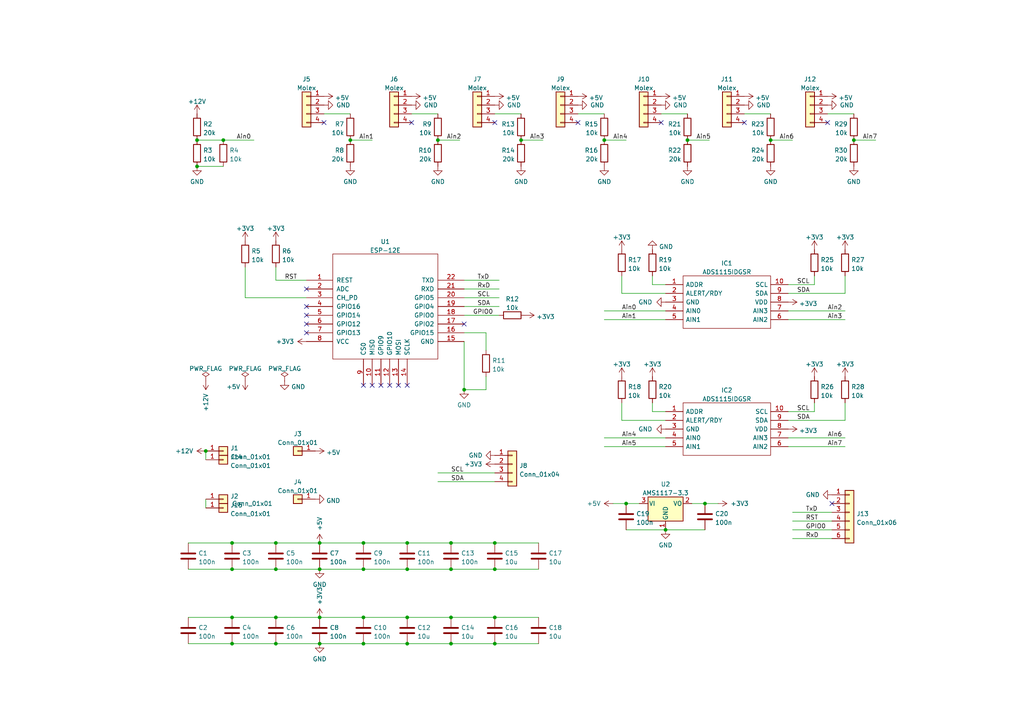
<source format=kicad_sch>
(kicad_sch (version 20211123) (generator eeschema)
  (paper "A4")
  (lib_symbols
    (symbol "ADS1115IDGSR:ADS1115IDGSR" (pin_names (offset 0.762))
      (property "Reference" "IC" (at 31.75 7.62 0))
      (property "Value" "ADS1115IDGSR" (at 31.75 5.08 0))
      (symbol "ADS1115IDGSR_0_0"
        (pin passive line (at 0 0 0) (length 5.08) (name "ADDR") (number "1"))
        (pin passive line (at 35.56 0 180) (length 5.08) (name "SCL") (number "10"))
        (pin passive line (at 0 -2.54 0) (length 5.08) (name "ALERT/RDY") (number "2"))
        (pin passive line (at 0 -5.08 0) (length 5.08) (name "GND") (number "3"))
        (pin passive line (at 0 -7.62 0) (length 5.08) (name "AIN0") (number "4"))
        (pin passive line (at 0 -10.16 0) (length 5.08) (name "AIN1") (number "5"))
        (pin passive line (at 35.56 -10.16 180) (length 5.08) (name "AIN2") (number "6"))
        (pin passive line (at 35.56 -7.62 180) (length 5.08) (name "AIN3") (number "7"))
        (pin passive line (at 35.56 -5.08 180) (length 5.08) (name "VDD") (number "8"))
        (pin passive line (at 35.56 -2.54 180) (length 5.08) (name "SDA") (number "9"))
      )
      (symbol "ADS1115IDGSR_0_1"
        (polyline (pts (xy 5.08 2.54) (xy 30.48 2.54) (xy 30.48 -12.7) (xy 5.08 -12.7) (xy 5.08 2.54)) (stroke (width 0.1524)))
      )
    )
    (symbol "Connector_Generic:Conn_01x01" (pin_names (offset 1.016) hide)
      (property "Reference" "J" (at 0 2.54 0))
      (property "Value" "Conn_01x01" (at 0 -2.54 0))
      (symbol "Conn_01x01_1_1"
        (rectangle (start -1.27 0.127) (end 0 -0.127) (stroke (width 0.1524)))
        (rectangle (start -1.27 1.27) (end 1.27 -1.27) (stroke (width 0.254)) (fill (type background)))
        (pin passive line (at -5.08 0 0) (length 3.81) (name "Pin_1") (number "1"))
      )
    )
    (symbol "Connector_Generic:Conn_01x04" (pin_names (offset 1.016) hide)
      (property "Reference" "J" (at 0 5.08 0))
      (property "Value" "Conn_01x04" (at 0 -7.62 0))
      (symbol "Conn_01x04_1_1"
        (rectangle (start -1.27 -4.953) (end 0 -5.207) (stroke (width 0.1524)))
        (rectangle (start -1.27 -2.413) (end 0 -2.667) (stroke (width 0.1524)))
        (rectangle (start -1.27 0.127) (end 0 -0.127) (stroke (width 0.1524)))
        (rectangle (start -1.27 2.667) (end 0 2.413) (stroke (width 0.1524)))
        (rectangle (start -1.27 3.81) (end 1.27 -6.35) (stroke (width 0.254)) (fill (type background)))
        (pin passive line (at -5.08 2.54 0) (length 3.81) (name "Pin_1") (number "1"))
        (pin passive line (at -5.08 0 0) (length 3.81) (name "Pin_2") (number "2"))
        (pin passive line (at -5.08 -2.54 0) (length 3.81) (name "Pin_3") (number "3"))
        (pin passive line (at -5.08 -5.08 0) (length 3.81) (name "Pin_4") (number "4"))
      )
    )
    (symbol "Connector_Generic:Conn_01x06" (pin_names (offset 1.016) hide)
      (property "Reference" "J" (at 0 7.62 0))
      (property "Value" "Conn_01x06" (at 0 -10.16 0))
      (symbol "Conn_01x06_1_1"
        (rectangle (start -1.27 -7.493) (end 0 -7.747) (stroke (width 0.1524)))
        (rectangle (start -1.27 -4.953) (end 0 -5.207) (stroke (width 0.1524)))
        (rectangle (start -1.27 -2.413) (end 0 -2.667) (stroke (width 0.1524)))
        (rectangle (start -1.27 0.127) (end 0 -0.127) (stroke (width 0.1524)))
        (rectangle (start -1.27 2.667) (end 0 2.413) (stroke (width 0.1524)))
        (rectangle (start -1.27 5.207) (end 0 4.953) (stroke (width 0.1524)))
        (rectangle (start -1.27 6.35) (end 1.27 -8.89) (stroke (width 0.254)) (fill (type background)))
        (pin passive line (at -5.08 5.08 0) (length 3.81) (name "Pin_1") (number "1"))
        (pin passive line (at -5.08 2.54 0) (length 3.81) (name "Pin_2") (number "2"))
        (pin passive line (at -5.08 0 0) (length 3.81) (name "Pin_3") (number "3"))
        (pin passive line (at -5.08 -2.54 0) (length 3.81) (name "Pin_4") (number "4"))
        (pin passive line (at -5.08 -5.08 0) (length 3.81) (name "Pin_5") (number "5"))
        (pin passive line (at -5.08 -7.62 0) (length 3.81) (name "Pin_6") (number "6"))
      )
    )
    (symbol "Device:C" (pin_numbers hide) (pin_names (offset 0.254))
      (property "Reference" "C" (at 0.635 2.54 0))
      (property "Value" "C" (at 0.635 -2.54 0))
      (symbol "C_0_1"
        (polyline (pts (xy -2.032 -0.762) (xy 2.032 -0.762)) (stroke (width 0.508)))
        (polyline (pts (xy -2.032 0.762) (xy 2.032 0.762)) (stroke (width 0.508)))
      )
      (symbol "C_1_1"
        (pin passive line (at 0 3.81 270) (length 2.794) (name "~") (number "1"))
        (pin passive line (at 0 -3.81 90) (length 2.794) (name "~") (number "2"))
      )
    )
    (symbol "Device:R" (pin_numbers hide) (pin_names (offset 0))
      (property "Reference" "R" (at 2.032 0 90))
      (property "Value" "R" (at 0 0 90))
      (symbol "R_0_1"
        (rectangle (start -1.016 -2.54) (end 1.016 2.54) (stroke (width 0.254)))
      )
      (symbol "R_1_1"
        (pin passive line (at 0 3.81 270) (length 1.27) (name "~") (number "1"))
        (pin passive line (at 0 -3.81 90) (length 1.27) (name "~") (number "2"))
      )
    )
    (symbol "ESP-12E_1" (pin_names (offset 1.016))
      (property "Reference" "U" (at 0 -2.54 0))
      (property "Value" "ESP-12E_1" (at 0 2.54 0))
      (symbol "ESP-12E_1_1_0"
        (rectangle (start -15.24 -15.24) (end 15.24 15.24))
      )
      (symbol "ESP-12E_1_1_1"
        (pin input line (at -22.86 7.62 0) (length 7.62) (name "REST") (number "1"))
        (pin bidirectional line (at -3.81 -22.86 90) (length 7.62) (name "MISO") (number "10"))
        (pin bidirectional line (at -1.27 -22.86 90) (length 7.62) (name "GPIO9") (number "11"))
        (pin bidirectional line (at 1.27 -22.86 90) (length 7.62) (name "GPIO10") (number "12"))
        (pin bidirectional line (at 3.81 -22.86 90) (length 7.62) (name "MOSI") (number "13"))
        (pin bidirectional line (at 6.35 -22.86 90) (length 7.62) (name "SCLK") (number "14"))
        (pin power_in line (at 22.86 -10.16 180) (length 7.62) (name "GND") (number "15"))
        (pin bidirectional line (at 22.86 -7.62 180) (length 7.62) (name "GPIO15") (number "16"))
        (pin bidirectional line (at 22.86 -5.08 180) (length 7.62) (name "GPIO2") (number "17"))
        (pin bidirectional line (at 22.86 -2.54 180) (length 7.62) (name "GPIO0") (number "18"))
        (pin bidirectional line (at 22.86 0 180) (length 7.62) (name "GPIO4") (number "19"))
        (pin passive line (at -22.86 5.08 0) (length 7.62) (name "ADC") (number "2"))
        (pin bidirectional line (at 22.86 2.54 180) (length 7.62) (name "GPIO5") (number "20"))
        (pin input line (at 22.86 5.08 180) (length 7.62) (name "RXD") (number "21"))
        (pin output line (at 22.86 7.62 180) (length 7.62) (name "TXD") (number "22"))
        (pin input line (at -22.86 2.54 0) (length 7.62) (name "CH_PD") (number "3"))
        (pin bidirectional line (at -22.86 0 0) (length 7.62) (name "GPIO16") (number "4"))
        (pin bidirectional line (at -22.86 -2.54 0) (length 7.62) (name "GPIO14") (number "5"))
        (pin bidirectional line (at -22.86 -5.08 0) (length 7.62) (name "GPIO12") (number "6"))
        (pin bidirectional line (at -22.86 -7.62 0) (length 7.62) (name "GPIO13") (number "7"))
        (pin power_in line (at -22.86 -10.16 0) (length 7.62) (name "VCC") (number "8"))
        (pin bidirectional line (at -6.35 -22.86 90) (length 7.62) (name "CS0") (number "9"))
      )
    )
    (symbol "Regulator_Linear:AMS1117-3.3" (pin_names (offset 0.254))
      (property "Reference" "U" (at -3.81 3.175 0))
      (property "Value" "AMS1117-3.3" (at 0 3.175 0))
      (symbol "AMS1117-3.3_0_1"
        (rectangle (start -5.08 -5.08) (end 5.08 1.905) (stroke (width 0.254)) (fill (type background)))
      )
      (symbol "AMS1117-3.3_1_1"
        (pin power_in line (at 0 -7.62 90) (length 2.54) (name "GND") (number "1"))
        (pin power_out line (at 7.62 0 180) (length 2.54) (name "VO") (number "2"))
        (pin power_in line (at -7.62 0 0) (length 2.54) (name "VI") (number "3"))
      )
    )
    (symbol "power:+12V" (power) (pin_names (offset 0))
      (property "Value" "+12V" (at 0 3.556 0))
      (symbol "+12V_0_1"
        (polyline (pts (xy -0.762 1.27) (xy 0 2.54)))
        (polyline (pts (xy 0 0) (xy 0 2.54)))
        (polyline (pts (xy 0 2.54) (xy 0.762 1.27)))
      )
      (symbol "+12V_1_1"
        (pin power_in line (at 0 0 90) (length 0) hide (name "+12V") (number "1"))
      )
    )
    (symbol "power:+3V3" (power) (pin_names (offset 0))
      (property "Value" "+3V3" (at 0 3.556 0))
      (symbol "+3V3_0_1"
        (polyline (pts (xy -0.762 1.27) (xy 0 2.54)))
        (polyline (pts (xy 0 0) (xy 0 2.54)))
        (polyline (pts (xy 0 2.54) (xy 0.762 1.27)))
      )
      (symbol "+3V3_1_1"
        (pin power_in line (at 0 0 90) (length 0) hide (name "+3V3") (number "1"))
      )
    )
    (symbol "power:+5V" (power) (pin_names (offset 0))
      (property "Value" "+5V" (at 0 3.556 0))
      (symbol "+5V_0_1"
        (polyline (pts (xy -0.762 1.27) (xy 0 2.54)))
        (polyline (pts (xy 0 0) (xy 0 2.54)))
        (polyline (pts (xy 0 2.54) (xy 0.762 1.27)))
      )
      (symbol "+5V_1_1"
        (pin power_in line (at 0 0 90) (length 0) hide (name "+5V") (number "1"))
      )
    )
    (symbol "power:GND" (power) (pin_names (offset 0))
      (property "Value" "GND" (at 0 -3.81 0))
      (symbol "GND_0_1"
        (polyline (pts (xy 0 0) (xy 0 -1.27) (xy 1.27 -1.27) (xy 0 -2.54) (xy -1.27 -1.27) (xy 0 -1.27)))
      )
      (symbol "GND_1_1"
        (pin power_in line (at 0 0 270) (length 0) hide (name "GND") (number "1"))
      )
    )
    (symbol "power:PWR_FLAG" (power) (pin_numbers hide) (pin_names (offset 0) hide)
      (property "Value" "PWR_FLAG" (at 0 3.81 0))
      (symbol "PWR_FLAG_0_0"
        (pin power_out line (at 0 0 90) (length 0) (name "pwr") (number "1"))
      )
      (symbol "PWR_FLAG_0_1"
        (polyline (pts (xy 0 0) (xy 0 1.27) (xy -1.016 1.905) (xy 0 2.54) (xy 1.016 1.905) (xy 0 1.27)))
      )
    )
  )
  (junction (at 130.81 165.1))
  (junction (at 134.62 113.03))
  (junction (at 118.11 157.48))
  (junction (at 92.71 165.1))
  (junction (at 130.81 179.07))
  (junction (at 92.71 157.48))
  (junction (at 223.52 40.64))
  (junction (at 143.51 186.69))
  (junction (at 175.26 40.64))
  (junction (at 101.6 40.64))
  (junction (at 105.41 165.1))
  (junction (at 80.01 157.48))
  (junction (at 92.71 179.07))
  (junction (at 105.41 179.07))
  (junction (at 80.01 165.1))
  (junction (at 57.15 40.64))
  (junction (at 67.31 165.1))
  (junction (at 105.41 186.69))
  (junction (at 193.04 153.67))
  (junction (at 105.41 157.48))
  (junction (at 59.69 130.81))
  (junction (at 67.31 157.48))
  (junction (at 247.65 40.64))
  (junction (at 130.81 186.69))
  (junction (at 80.01 179.07))
  (junction (at 130.81 157.48))
  (junction (at 67.31 179.07))
  (junction (at 151.13 40.64))
  (junction (at 118.11 186.69))
  (junction (at 118.11 179.07))
  (junction (at 143.51 165.1))
  (junction (at 57.15 48.26))
  (junction (at 127 40.64))
  (junction (at 204.47 146.05))
  (junction (at 80.01 186.69))
  (junction (at 64.77 40.64))
  (junction (at 143.51 179.07))
  (junction (at 118.11 165.1))
  (junction (at 181.61 146.05))
  (junction (at 67.31 186.69))
  (junction (at 143.51 157.48))
  (junction (at 92.71 186.69))
  (junction (at 199.39 40.64))
  (no_connect (at 167.64 35.56))
  (no_connect (at 191.77 35.56))
  (no_connect (at 143.51 35.56))
  (no_connect (at 241.3 146.05))
  (no_connect (at 215.9 35.56))
  (no_connect (at 240.03 35.56))
  (no_connect (at 134.62 93.98))
  (no_connect (at 115.57 111.76))
  (no_connect (at 118.11 111.76))
  (no_connect (at 105.41 111.76))
  (no_connect (at 107.95 111.76))
  (no_connect (at 110.49 111.76))
  (no_connect (at 113.03 111.76))
  (no_connect (at 88.9 91.44))
  (no_connect (at 88.9 96.52))
  (no_connect (at 88.9 83.82))
  (no_connect (at 88.9 88.9))
  (no_connect (at 88.9 93.98))
  (no_connect (at 93.98 35.56))
  (no_connect (at 119.38 35.56))
  (wire (pts (xy 118.11 157.48) (xy 130.81 157.48)))
  (wire (pts (xy 228.6 127) (xy 245.11 127)))
  (wire (pts (xy 80.01 186.69) (xy 92.71 186.69)))
  (wire (pts (xy 105.41 165.1) (xy 118.11 165.1)))
  (wire (pts (xy 236.22 116.84) (xy 236.22 119.38)))
  (wire (pts (xy 92.71 179.07) (xy 105.41 179.07)))
  (wire (pts (xy 105.41 157.48) (xy 118.11 157.48)))
  (wire (pts (xy 236.22 80.01) (xy 236.22 82.55)))
  (wire (pts (xy 118.11 165.1) (xy 130.81 165.1)))
  (wire (pts (xy 140.97 96.52) (xy 140.97 101.6)))
  (wire (pts (xy 151.13 40.64) (xy 157.48 40.64)))
  (wire (pts (xy 245.11 85.09) (xy 228.6 85.09)))
  (wire (pts (xy 181.61 153.67) (xy 193.04 153.67)))
  (wire (pts (xy 130.81 157.48) (xy 143.51 157.48)))
  (wire (pts (xy 80.01 179.07) (xy 92.71 179.07)))
  (wire (pts (xy 134.62 83.82) (xy 144.78 83.82)))
  (wire (pts (xy 140.97 113.03) (xy 140.97 109.22)))
  (wire (pts (xy 80.01 165.1) (xy 92.71 165.1)))
  (wire (pts (xy 134.62 99.06) (xy 134.62 113.03)))
  (wire (pts (xy 57.15 40.64) (xy 64.77 40.64)))
  (wire (pts (xy 177.8 146.05) (xy 181.61 146.05)))
  (wire (pts (xy 167.64 33.02) (xy 175.26 33.02)))
  (wire (pts (xy 236.22 119.38) (xy 228.6 119.38)))
  (wire (pts (xy 67.31 179.07) (xy 80.01 179.07)))
  (wire (pts (xy 143.51 179.07) (xy 156.21 179.07)))
  (wire (pts (xy 80.01 81.28) (xy 80.01 77.47)))
  (wire (pts (xy 245.11 116.84) (xy 245.11 121.92)))
  (wire (pts (xy 118.11 179.07) (xy 130.81 179.07)))
  (wire (pts (xy 229.87 153.67) (xy 241.3 153.67)))
  (wire (pts (xy 143.51 157.48) (xy 156.21 157.48)))
  (wire (pts (xy 180.34 80.01) (xy 180.34 85.09)))
  (wire (pts (xy 134.62 81.28) (xy 144.78 81.28)))
  (wire (pts (xy 127 139.7) (xy 143.51 139.7)))
  (wire (pts (xy 229.87 156.21) (xy 241.3 156.21)))
  (wire (pts (xy 64.77 40.64) (xy 73.66 40.64)))
  (wire (pts (xy 228.6 92.71) (xy 245.11 92.71)))
  (wire (pts (xy 200.66 146.05) (xy 204.47 146.05)))
  (wire (pts (xy 88.9 86.36) (xy 71.12 86.36)))
  (wire (pts (xy 54.61 157.48) (xy 67.31 157.48)))
  (wire (pts (xy 175.26 129.54) (xy 193.04 129.54)))
  (wire (pts (xy 92.71 186.69) (xy 105.41 186.69)))
  (wire (pts (xy 134.62 96.52) (xy 140.97 96.52)))
  (wire (pts (xy 101.6 40.64) (xy 107.95 40.64)))
  (wire (pts (xy 93.98 33.02) (xy 101.6 33.02)))
  (wire (pts (xy 180.34 116.84) (xy 180.34 121.92)))
  (wire (pts (xy 130.81 179.07) (xy 143.51 179.07)))
  (wire (pts (xy 54.61 165.1) (xy 67.31 165.1)))
  (wire (pts (xy 134.62 86.36) (xy 144.78 86.36)))
  (wire (pts (xy 180.34 85.09) (xy 193.04 85.09)))
  (wire (pts (xy 180.34 121.92) (xy 193.04 121.92)))
  (wire (pts (xy 189.23 80.01) (xy 189.23 82.55)))
  (wire (pts (xy 67.31 165.1) (xy 80.01 165.1)))
  (wire (pts (xy 175.26 90.17) (xy 193.04 90.17)))
  (wire (pts (xy 181.61 146.05) (xy 185.42 146.05)))
  (wire (pts (xy 71.12 86.36) (xy 71.12 77.47)))
  (wire (pts (xy 236.22 82.55) (xy 228.6 82.55)))
  (wire (pts (xy 228.6 129.54) (xy 245.11 129.54)))
  (wire (pts (xy 143.51 186.69) (xy 156.21 186.69)))
  (wire (pts (xy 59.69 133.35) (xy 59.69 130.81)))
  (wire (pts (xy 57.15 48.26) (xy 64.77 48.26)))
  (wire (pts (xy 247.65 40.64) (xy 254 40.64)))
  (wire (pts (xy 143.51 33.02) (xy 151.13 33.02)))
  (wire (pts (xy 189.23 119.38) (xy 193.04 119.38)))
  (wire (pts (xy 223.52 40.64) (xy 229.87 40.64)))
  (wire (pts (xy 67.31 186.69) (xy 80.01 186.69)))
  (wire (pts (xy 80.01 157.48) (xy 92.71 157.48)))
  (wire (pts (xy 175.26 92.71) (xy 193.04 92.71)))
  (wire (pts (xy 229.87 151.13) (xy 241.3 151.13)))
  (wire (pts (xy 92.71 157.48) (xy 105.41 157.48)))
  (wire (pts (xy 175.26 40.64) (xy 181.61 40.64)))
  (wire (pts (xy 127 137.16) (xy 143.51 137.16)))
  (wire (pts (xy 143.51 165.1) (xy 156.21 165.1)))
  (wire (pts (xy 134.62 91.44) (xy 144.78 91.44)))
  (wire (pts (xy 119.38 33.02) (xy 127 33.02)))
  (wire (pts (xy 245.11 80.01) (xy 245.11 85.09)))
  (wire (pts (xy 92.71 165.1) (xy 105.41 165.1)))
  (wire (pts (xy 175.26 127) (xy 193.04 127)))
  (wire (pts (xy 193.04 153.67) (xy 204.47 153.67)))
  (wire (pts (xy 228.6 90.17) (xy 245.11 90.17)))
  (wire (pts (xy 88.9 81.28) (xy 80.01 81.28)))
  (wire (pts (xy 245.11 121.92) (xy 228.6 121.92)))
  (wire (pts (xy 118.11 186.69) (xy 130.81 186.69)))
  (wire (pts (xy 189.23 82.55) (xy 193.04 82.55)))
  (wire (pts (xy 199.39 40.64) (xy 205.74 40.64)))
  (wire (pts (xy 134.62 88.9) (xy 144.78 88.9)))
  (wire (pts (xy 54.61 179.07) (xy 67.31 179.07)))
  (wire (pts (xy 67.31 157.48) (xy 80.01 157.48)))
  (wire (pts (xy 127 40.64) (xy 133.35 40.64)))
  (wire (pts (xy 105.41 179.07) (xy 118.11 179.07)))
  (wire (pts (xy 130.81 186.69) (xy 143.51 186.69)))
  (wire (pts (xy 59.69 147.32) (xy 59.69 144.78)))
  (wire (pts (xy 240.03 33.02) (xy 247.65 33.02)))
  (wire (pts (xy 191.77 33.02) (xy 199.39 33.02)))
  (wire (pts (xy 229.87 148.59) (xy 241.3 148.59)))
  (wire (pts (xy 130.81 165.1) (xy 143.51 165.1)))
  (wire (pts (xy 134.62 113.03) (xy 140.97 113.03)))
  (wire (pts (xy 105.41 186.69) (xy 118.11 186.69)))
  (wire (pts (xy 189.23 116.84) (xy 189.23 119.38)))
  (wire (pts (xy 204.47 146.05) (xy 208.28 146.05)))
  (wire (pts (xy 54.61 186.69) (xy 67.31 186.69)))
  (wire (pts (xy 215.9 33.02) (xy 223.52 33.02)))
  (label "Ain7" (at 240.03 129.54 0))
  (label "Ain4" (at 180.34 127 0))
  (label "Ain5" (at 201.93 40.64 0))
  (label "Ain0" (at 68.58 40.64 0))
  (label "TxD" (at 138.43 81.28 0))
  (label "SDA" (at 231.14 85.09 0))
  (label "Ain2" (at 240.03 90.17 0))
  (label "Ain3" (at 240.03 92.71 0))
  (label "Ain6" (at 226.06 40.64 0))
  (label "Ain3" (at 153.67 40.64 0))
  (label "Ain1" (at 104.14 40.64 0))
  (label "RxD" (at 233.68 156.21 0))
  (label "SCL" (at 138.43 86.36 0))
  (label "Ain5" (at 180.34 129.54 0))
  (label "RST" (at 82.55 81.28 0))
  (label "Ain2" (at 129.54 40.64 0))
  (label "Ain1" (at 180.34 92.71 0))
  (label "RxD" (at 138.43 83.82 0))
  (label "SCL" (at 130.81 137.16 0))
  (label "SDA" (at 130.81 139.7 0))
  (label "SDA" (at 231.14 121.92 0))
  (label "Ain4" (at 177.8 40.64 0))
  (label "RST" (at 233.68 151.13 0))
  (label "SDA" (at 138.43 88.9 0))
  (label "Ain0" (at 180.34 90.17 0))
  (label "SCL" (at 231.14 119.38 0))
  (label "SCL" (at 231.14 82.55 0))
  (label "GPIO0" (at 137.16 91.44 0))
  (label "Ain6" (at 240.03 127 0))
  (label "Ain7" (at 250.19 40.64 0))
  (label "TxD" (at 233.68 148.59 0))
  (label "GPIO0" (at 233.68 153.67 0))
  (symbol (lib_id "power:+3V3") (at 189.23 109.22 0) (unit 1)
    (property "Reference" "#PWR034" (effects hide))
    (property "Value" "+3V3" (at 189.23 105.6442 0))
  )
  (symbol (lib_id "power:+5V") (at 143.51 27.94 270) (mirror x) (unit 1)
    (property "Reference" "#PWR021" (effects hide))
    (property "Value" "+5V" (at 146.6849 28.3738 90) (effects (justify left)))
  )
  (symbol (lib_id "Device:C") (at 105.41 161.29 0) (unit 1)
    (property "Reference" "C9" (at 108.331 160.4553 0) (effects (justify left)))
    (property "Value" "100n" (at 108.331 162.9922 0) (effects (justify left)))
    (property "Footprint" "Capacitor_SMD:C_0805_2012Metric" (effects hide))
  )
  (symbol (lib_id "power:+3V3") (at 92.71 179.07 0) (unit 1)
    (property "Reference" "#PWR012" (effects hide))
    (property "Value" "+3V3" (at 92.71 170.18 90) (effects (justify right)))
  )
  (symbol (lib_id "Connector_Generic:Conn_01x01") (at 86.36 130.81 180) (unit 1)
    (property "Reference" "J3" (at 86.36 125.8402 0))
    (property "Value" "Conn_01x01" (at 86.36 128.3771 0))
    (property "Footprint" "Connector_PinHeader_2.54mm:PinHeader_1x01_P2.54mm_Vertical" (effects hide))
  )
  (symbol (lib_id "Device:R") (at 247.65 44.45 0) (mirror x) (unit 1)
    (property "Reference" "R30" (at 245.872 43.6153 0) (effects (justify right)))
    (property "Value" "20k" (at 245.872 46.1522 0) (effects (justify right)))
    (property "Footprint" "Resistor_SMD:R_0805_2012Metric" (effects hide))
  )
  (symbol (lib_id "Device:R") (at 101.6 36.83 0) (mirror y) (unit 1)
    (property "Reference" "R7" (at 99.822 35.9953 0) (effects (justify left)))
    (property "Value" "10k" (at 99.822 38.5322 0) (effects (justify left)))
    (property "Footprint" "Resistor_SMD:R_0805_2012Metric" (effects hide))
  )
  (symbol (lib_id "Device:C") (at 118.11 161.29 0) (unit 1)
    (property "Reference" "C11" (at 121.031 160.4553 0) (effects (justify left)))
    (property "Value" "100n" (at 121.031 162.9922 0) (effects (justify left)))
    (property "Footprint" "Capacitor_SMD:C_0805_2012Metric" (effects hide))
  )
  (symbol (lib_id "Device:R") (at 223.52 44.45 0) (mirror x) (unit 1)
    (property "Reference" "R24" (at 221.742 43.6153 0) (effects (justify right)))
    (property "Value" "20k" (at 221.742 46.1522 0) (effects (justify right)))
    (property "Footprint" "Resistor_SMD:R_0805_2012Metric" (effects hide))
  )
  (symbol (lib_id "Device:R") (at 223.52 36.83 0) (mirror y) (unit 1)
    (property "Reference" "R23" (at 221.742 35.9953 0) (effects (justify left)))
    (property "Value" "10k" (at 221.742 38.5322 0) (effects (justify left)))
    (property "Footprint" "Resistor_SMD:R_0805_2012Metric" (effects hide))
  )
  (symbol (lib_id "power:+5V") (at 240.03 27.94 270) (mirror x) (unit 1)
    (property "Reference" "#PWR049" (effects hide))
    (property "Value" "+5V" (at 243.2049 28.3738 90) (effects (justify left)))
  )
  (symbol (lib_id "power:GND") (at 101.6 48.26 0) (mirror y) (unit 1)
    (property "Reference" "#PWR016" (effects hide))
    (property "Value" "GND" (at 101.6 52.7034 0))
  )
  (symbol (lib_id "Device:R") (at 57.15 36.83 180) (unit 1)
    (property "Reference" "R2" (at 58.928 35.9953 0) (effects (justify right)))
    (property "Value" "20k" (at 58.928 38.5322 0) (effects (justify right)))
    (property "Footprint" "Resistor_SMD:R_0805_2012Metric" (effects hide))
  )
  (symbol (lib_id "power:+12V") (at 59.69 110.49 180) (unit 1)
    (property "Reference" "#PWR055" (effects hide))
    (property "Value" "+12V" (at 59.69 119.38 90) (effects (justify right)))
  )
  (symbol (lib_id "power:GND") (at 151.13 48.26 0) (mirror y) (unit 1)
    (property "Reference" "#PWR025" (effects hide))
    (property "Value" "GND" (at 151.13 52.7034 0))
  )
  (symbol (lib_id "Device:C") (at 67.31 161.29 0) (unit 1)
    (property "Reference" "C3" (at 70.231 160.4553 0) (effects (justify left)))
    (property "Value" "100n" (at 70.231 162.9922 0) (effects (justify left)))
    (property "Footprint" "Capacitor_SMD:C_0805_2012Metric" (effects hide))
  )
  (symbol (lib_id "Device:R") (at 148.59 91.44 270) (unit 1)
    (property "Reference" "R12" (at 148.59 86.7242 90))
    (property "Value" "10k" (at 148.59 89.2611 90))
    (property "Footprint" "Resistor_SMD:R_0805_2012Metric" (effects hide))
  )
  (symbol (lib_id "Device:R") (at 151.13 44.45 0) (mirror x) (unit 1)
    (property "Reference" "R14" (at 149.352 43.6153 0) (effects (justify right)))
    (property "Value" "20k" (at 149.352 46.1522 0) (effects (justify right)))
    (property "Footprint" "Resistor_SMD:R_0805_2012Metric" (effects hide))
  )
  (symbol (lib_id "Device:C") (at 92.71 182.88 0) (unit 1)
    (property "Reference" "C8" (at 95.631 182.0453 0) (effects (justify left)))
    (property "Value" "100n" (at 95.631 184.5822 0) (effects (justify left)))
    (property "Footprint" "Capacitor_SMD:C_0805_2012Metric" (effects hide))
  )
  (symbol (lib_id "power:+3V3") (at 228.6 87.63 270) (unit 1)
    (property "Reference" "#PWR045" (effects hide))
    (property "Value" "+3V3" (at 231.775 88.0638 90) (effects (justify left)))
  )
  (symbol (lib_id "Connector_Generic:Conn_01x04") (at 210.82 30.48 0) (mirror y) (unit 1)
    (property "Reference" "J11" (at 210.82 22.9702 0))
    (property "Value" "Molex" (at 210.82 25.5071 0))
    (property "Footprint" "Connector_Molex:Molex_KK-254_AE-6410-04A_1x04_P2.54mm_Vertical" (effects hide))
  )
  (symbol (lib_id "Device:C") (at 130.81 182.88 0) (unit 1)
    (property "Reference" "C14" (at 133.731 182.0453 0) (effects (justify left)))
    (property "Value" "10u" (at 133.731 184.5822 0) (effects (justify left)))
    (property "Footprint" "Capacitor_SMD:C_1206_3216Metric" (effects hide))
  )
  (symbol (lib_id "Device:C") (at 130.81 161.29 0) (unit 1)
    (property "Reference" "C13" (at 133.731 160.4553 0) (effects (justify left)))
    (property "Value" "100n" (at 133.731 162.9922 0) (effects (justify left)))
    (property "Footprint" "Capacitor_SMD:C_0805_2012Metric" (effects hide))
  )
  (symbol (lib_id "power:GND") (at 134.62 113.03 0) (unit 1)
    (property "Reference" "#PWR020" (effects hide))
    (property "Value" "GND" (at 134.62 117.4734 0))
  )
  (symbol (lib_id "Device:R") (at 199.39 36.83 0) (mirror y) (unit 1)
    (property "Reference" "R21" (at 197.612 35.9953 0) (effects (justify left)))
    (property "Value" "10k" (at 197.612 38.5322 0) (effects (justify left)))
    (property "Footprint" "Resistor_SMD:R_0805_2012Metric" (effects hide))
  )
  (symbol (lib_id "ADS1115IDGSR:ADS1115IDGSR") (at 193.04 119.38 0) (unit 1)
    (property "Reference" "IC2" (at 210.82 113.191 0))
    (property "Value" "ADS1115IDGSR" (at 210.82 115.7279 0))
    (property "Footprint" "Package_SO:VSSOP-10_3x3mm_P0.5mm" (effects hide))
    (property "Datasheet" "http://www.ti.com/lit/gpn/ADS1115" (effects hide))
    (property "Description" "16-Bit 860SPS 4-Ch Delta-Sigma ADC With PGA, Oscillator, Vref, Comparator, and I2C" (effects hide))
    (property "Height" "1.1" (effects hide))
    (property "Manufacturer_Name" "Texas Instruments" (effects hide))
    (property "Manufacturer_Part_Number" "ADS1115IDGSR" (effects hide))
    (property "Mouser Part Number" "595-ADS1115IDGSR" (effects hide))
    (property "Mouser Price/Stock" "https://www.mouser.co.uk/ProductDetail/Texas-Instruments/ADS1115IDGSR?qs=IK5e5L0zOXjKCJoVMhYO%2FQ%3D%3D" (effects hide))
    (property "Arrow Part Number" "ADS1115IDGSR" (effects hide))
    (property "Arrow Price/Stock" "https://www.arrow.com/en/products/ads1115idgsr/texas-instruments?region=nac" (effects hide))
  )
  (symbol (lib_id "power:+3V3") (at 180.34 109.22 0) (unit 1)
    (property "Reference" "#PWR032" (effects hide))
    (property "Value" "+3V3" (at 180.34 105.6442 0))
  )
  (symbol (lib_id "Connector_Generic:Conn_01x01") (at 64.77 147.32 0) (unit 1)
    (property "Reference" "J15" (at 66.802 146.4853 0) (effects (justify left)))
    (property "Value" "Conn_01x01" (at 66.802 149.0222 0) (effects (justify left)))
    (property "Footprint" "Connector_PinHeader_2.54mm:PinHeader_1x01_P2.54mm_Vertical" (effects hide))
  )
  (symbol (lib_id "Device:R") (at 57.15 44.45 180) (unit 1)
    (property "Reference" "R3" (at 58.928 43.6153 0) (effects (justify right)))
    (property "Value" "10k" (at 58.928 46.1522 0) (effects (justify right)))
    (property "Footprint" "Resistor_SMD:R_0805_2012Metric" (effects hide))
  )
  (symbol (lib_id "power:GND") (at 119.38 30.48 90) (mirror x) (unit 1)
    (property "Reference" "#PWR018" (effects hide))
    (property "Value" "GND" (at 127 30.48 90) (effects (justify left)))
  )
  (symbol (lib_id "power:GND") (at 199.39 48.26 0) (mirror y) (unit 1)
    (property "Reference" "#PWR040" (effects hide))
    (property "Value" "GND" (at 199.39 52.7034 0))
  )
  (symbol (lib_id "power:+12V") (at 57.15 33.02 0) (unit 1)
    (property "Reference" "#PWR01" (effects hide))
    (property "Value" "+12V" (at 57.15 29.4442 0))
  )
  (symbol (lib_id "power:+3V3") (at 180.34 72.39 0) (unit 1)
    (property "Reference" "#PWR031" (effects hide))
    (property "Value" "+3V3" (at 180.34 68.8142 0))
  )
  (symbol (lib_id "power:GND") (at 92.71 165.1 0) (unit 1)
    (property "Reference" "#PWR011" (effects hide))
    (property "Value" "GND" (at 92.71 169.5434 0))
  )
  (symbol (lib_id "power:GND") (at 91.44 144.78 90) (unit 1)
    (property "Reference" "#PWR09" (effects hide))
    (property "Value" "GND" (at 94.615 145.2138 90) (effects (justify right)))
  )
  (symbol (lib_id "power:+3V3") (at 80.01 69.85 0) (unit 1)
    (property "Reference" "#PWR06" (effects hide))
    (property "Value" "+3V3" (at 80.01 66.2742 0))
  )
  (symbol (lib_id "Connector_Generic:Conn_01x01") (at 64.77 133.35 0) (unit 1)
    (property "Reference" "J14" (at 66.802 132.5153 0) (effects (justify left)))
    (property "Value" "Conn_01x01" (at 66.802 135.0522 0) (effects (justify left)))
    (property "Footprint" "Connector_PinHeader_2.54mm:PinHeader_1x01_P2.54mm_Vertical" (effects hide))
  )
  (symbol (lib_id "power:+5V") (at 119.38 27.94 270) (mirror x) (unit 1)
    (property "Reference" "#PWR017" (effects hide))
    (property "Value" "+5V" (at 122.5549 28.3738 90) (effects (justify left)))
  )
  (symbol (lib_id "power:+3V3") (at 143.51 134.62 90) (unit 1)
    (property "Reference" "#PWR024" (effects hide))
    (property "Value" "+3V3" (at 134.62 134.62 90) (effects (justify right)))
  )
  (symbol (lib_id "Device:C") (at 156.21 161.29 0) (unit 1)
    (property "Reference" "C17" (at 159.131 160.4553 0) (effects (justify left)))
    (property "Value" "10u" (at 159.131 162.9922 0) (effects (justify left)))
    (property "Footprint" "Capacitor_SMD:C_1206_3216Metric" (effects hide))
  )
  (symbol (lib_id "power:+5V") (at 191.77 27.94 270) (mirror x) (unit 1)
    (property "Reference" "#PWR035" (effects hide))
    (property "Value" "+5V" (at 194.9449 28.3738 90) (effects (justify left)))
  )
  (symbol (lib_id "power:GND") (at 193.04 153.67 0) (unit 1)
    (property "Reference" "#PWR039" (effects hide))
    (property "Value" "GND" (at 193.04 158.1134 0))
  )
  (symbol (lib_id "power:+12V") (at 59.69 130.81 90) (unit 1)
    (property "Reference" "#PWR03" (effects hide))
    (property "Value" "+12V" (at 50.8 130.81 90) (effects (justify right)))
  )
  (symbol (lib_id "Device:C") (at 143.51 182.88 0) (unit 1)
    (property "Reference" "C16" (at 146.431 182.0453 0) (effects (justify left)))
    (property "Value" "10u" (at 146.431 184.5822 0) (effects (justify left)))
    (property "Footprint" "Capacitor_SMD:C_1206_3216Metric" (effects hide))
  )
  (symbol (lib_id "Connector_Generic:Conn_01x04") (at 162.56 30.48 0) (mirror y) (unit 1)
    (property "Reference" "J9" (at 162.56 22.9702 0))
    (property "Value" "Molex" (at 162.56 25.5071 0))
    (property "Footprint" "Connector_Molex:Molex_KK-254_AE-6410-04A_1x04_P2.54mm_Vertical" (effects hide))
  )
  (symbol (lib_id "power:+3V3") (at 88.9 99.06 90) (unit 1)
    (property "Reference" "#PWR07" (effects hide))
    (property "Value" "+3V3" (at 80.01 99.06 90) (effects (justify right)))
  )
  (symbol (lib_id "Device:R") (at 71.12 73.66 180) (unit 1)
    (property "Reference" "R5" (at 72.898 72.8253 0) (effects (justify right)))
    (property "Value" "10k" (at 72.898 75.3622 0) (effects (justify right)))
    (property "Footprint" "Resistor_SMD:R_0805_2012Metric" (effects hide))
  )
  (symbol (lib_id "power:+5V") (at 167.64 27.94 270) (mirror x) (unit 1)
    (property "Reference" "#PWR027" (effects hide))
    (property "Value" "+5V" (at 170.8149 28.3738 90) (effects (justify left)))
  )
  (symbol (lib_id "Device:R") (at 189.23 113.03 0) (unit 1)
    (property "Reference" "R20" (at 191.008 112.1953 0) (effects (justify left)))
    (property "Value" "10k" (at 191.008 114.7322 0) (effects (justify left)))
    (property "Footprint" "Resistor_SMD:R_0805_2012Metric" (effects hide))
  )
  (symbol (lib_id "power:+3V3") (at 236.22 109.22 0) (unit 1)
    (property "Reference" "#PWR048" (effects hide))
    (property "Value" "+3V3" (at 236.22 105.6442 0))
  )
  (symbol (lib_id "Device:R") (at 189.23 76.2 0) (unit 1)
    (property "Reference" "R19" (at 191.008 75.3653 0) (effects (justify left)))
    (property "Value" "10k" (at 191.008 77.9022 0) (effects (justify left)))
    (property "Footprint" "Resistor_SMD:R_0805_2012Metric" (effects hide))
  )
  (symbol (lib_id "Device:R") (at 236.22 113.03 0) (unit 1)
    (property "Reference" "R26" (at 237.998 112.1953 0) (effects (justify left)))
    (property "Value" "10k" (at 237.998 114.7322 0) (effects (justify left)))
    (property "Footprint" "Resistor_SMD:R_0805_2012Metric" (effects hide))
  )
  (symbol (lib_id "Device:R") (at 175.26 36.83 0) (mirror y) (unit 1)
    (property "Reference" "R15" (at 173.482 35.9953 0) (effects (justify left)))
    (property "Value" "10k" (at 173.482 38.5322 0) (effects (justify left)))
    (property "Footprint" "Resistor_SMD:R_0805_2012Metric" (effects hide))
  )
  (symbol (lib_id "Connector_Generic:Conn_01x04") (at 148.59 134.62 0) (unit 1)
    (property "Reference" "J8" (at 150.622 135.0553 0) (effects (justify left)))
    (property "Value" "Conn_01x04" (at 150.622 137.5922 0) (effects (justify left)))
    (property "Footprint" "Connector_PinHeader_2.54mm:PinHeader_1x04_P2.54mm_Vertical" (effects hide))
  )
  (symbol (lib_id "power:GND") (at 127 48.26 0) (mirror y) (unit 1)
    (property "Reference" "#PWR019" (effects hide))
    (property "Value" "GND" (at 127 52.7034 0))
  )
  (symbol (lib_id "Connector_Generic:Conn_01x06") (at 246.38 148.59 0) (unit 1)
    (property "Reference" "J13" (at 248.412 149.0253 0) (effects (justify left)))
    (property "Value" "Conn_01x06" (at 248.412 151.5622 0) (effects (justify left)))
    (property "Footprint" "Connector_PinHeader_2.54mm:PinHeader_1x06_P2.54mm_Vertical" (effects hide))
  )
  (symbol (lib_id "power:GND") (at 82.55 110.49 0) (unit 1)
    (property "Reference" "#PWR057" (effects hide))
    (property "Value" "GND" (at 84.455 112.1938 0) (effects (justify left)))
  )
  (symbol (lib_id "Connector_Generic:Conn_01x04") (at 88.9 30.48 0) (mirror y) (unit 1)
    (property "Reference" "J5" (at 88.9 22.9702 0))
    (property "Value" "Molex" (at 88.9 25.5071 0))
    (property "Footprint" "Connector_Molex:Molex_KK-254_AE-6410-04A_1x04_P2.54mm_Vertical" (effects hide))
  )
  (symbol (lib_id "Device:C") (at 54.61 161.29 0) (unit 1)
    (property "Reference" "C1" (at 57.531 160.4553 0) (effects (justify left)))
    (property "Value" "100n" (at 57.531 162.9922 0) (effects (justify left)))
    (property "Footprint" "Capacitor_SMD:C_0805_2012Metric" (effects hide))
  )
  (symbol (lib_id "power:+5V") (at 215.9 27.94 270) (mirror x) (unit 1)
    (property "Reference" "#PWR042" (effects hide))
    (property "Value" "+5V" (at 219.0749 28.3738 90) (effects (justify left)))
  )
  (symbol (lib_id "Device:C") (at 67.31 182.88 0) (unit 1)
    (property "Reference" "C4" (at 70.231 182.0453 0) (effects (justify left)))
    (property "Value" "100n" (at 70.231 184.5822 0) (effects (justify left)))
    (property "Footprint" "Capacitor_SMD:C_0805_2012Metric" (effects hide))
  )
  (symbol (lib_id "Device:R") (at 151.13 36.83 0) (mirror y) (unit 1)
    (property "Reference" "R13" (at 149.352 35.9953 0) (effects (justify left)))
    (property "Value" "10k" (at 149.352 38.5322 0) (effects (justify left)))
    (property "Footprint" "Resistor_SMD:R_0805_2012Metric" (effects hide))
  )
  (symbol (lib_id "Device:R") (at 245.11 113.03 0) (unit 1)
    (property "Reference" "R28" (at 246.888 112.1953 0) (effects (justify left)))
    (property "Value" "10k" (at 246.888 114.7322 0) (effects (justify left)))
    (property "Footprint" "Resistor_SMD:R_0805_2012Metric" (effects hide))
  )
  (symbol (lib_id "power:GND") (at 175.26 48.26 0) (mirror y) (unit 1)
    (property "Reference" "#PWR029" (effects hide))
    (property "Value" "GND" (at 175.26 52.7034 0))
  )
  (symbol (lib_id "Device:C") (at 204.47 149.86 0) (unit 1)
    (property "Reference" "C20" (at 207.391 149.0253 0) (effects (justify left)))
    (property "Value" "100n" (at 207.391 151.5622 0) (effects (justify left)))
    (property "Footprint" "Capacitor_SMD:C_0805_2012Metric" (effects hide))
  )
  (symbol (lib_id "Connector_Generic:Conn_01x04") (at 114.3 30.48 0) (mirror y) (unit 1)
    (property "Reference" "J6" (at 114.3 22.9702 0))
    (property "Value" "Molex" (at 114.3 25.5071 0))
    (property "Footprint" "Connector_Molex:Molex_KK-254_AE-6410-04A_1x04_P2.54mm_Vertical" (effects hide))
  )
  (symbol (lib_id "Device:C") (at 54.61 182.88 0) (unit 1)
    (property "Reference" "C2" (at 57.531 182.0453 0) (effects (justify left)))
    (property "Value" "100n" (at 57.531 184.5822 0) (effects (justify left)))
    (property "Footprint" "Capacitor_SMD:C_0805_2012Metric" (effects hide))
  )
  (symbol (lib_id "Connector_Generic:Conn_01x04") (at 234.95 30.48 0) (mirror y) (unit 1)
    (property "Reference" "J12" (at 234.95 22.9702 0))
    (property "Value" "Molex" (at 234.95 25.5071 0))
    (property "Footprint" "Connector_Molex:Molex_KK-254_AE-6410-04A_1x04_P2.54mm_Vertical" (effects hide))
  )
  (symbol (lib_id "Device:R") (at 236.22 76.2 0) (unit 1)
    (property "Reference" "R25" (at 237.998 75.3653 0) (effects (justify left)))
    (property "Value" "10k" (at 237.998 77.9022 0) (effects (justify left)))
    (property "Footprint" "Resistor_SMD:R_0805_2012Metric" (effects hide))
  )
  (symbol (lib_id "power:GND") (at 241.3 143.51 270) (unit 1)
    (property "Reference" "#PWR051" (effects hide))
    (property "Value" "GND" (at 233.68 143.51 90) (effects (justify left)))
  )
  (symbol (lib_id "Device:R") (at 80.01 73.66 180) (unit 1)
    (property "Reference" "R6" (at 81.788 72.8253 0) (effects (justify right)))
    (property "Value" "10k" (at 81.788 75.3622 0) (effects (justify right)))
    (property "Footprint" "Resistor_SMD:R_0805_2012Metric" (effects hide))
  )
  (symbol (lib_id "Device:C") (at 80.01 182.88 0) (unit 1)
    (property "Reference" "C6" (at 82.931 182.0453 0) (effects (justify left)))
    (property "Value" "100n" (at 82.931 184.5822 0) (effects (justify left)))
    (property "Footprint" "Capacitor_SMD:C_0805_2012Metric" (effects hide))
  )
  (symbol (lib_id "Device:R") (at 64.77 44.45 180) (unit 1)
    (property "Reference" "R4" (at 66.548 43.6153 0) (effects (justify right)))
    (property "Value" "10k" (at 66.548 46.1522 0) (effects (justify right)))
    (property "Footprint" "Resistor_SMD:R_0805_2012Metric" (effects hide))
  )
  (symbol (lib_id "Connector_Generic:Conn_01x04") (at 138.43 30.48 0) (mirror y) (unit 1)
    (property "Reference" "J7" (at 138.43 22.9702 0))
    (property "Value" "Molex" (at 138.43 25.5071 0))
    (property "Footprint" "Connector_Molex:Molex_KK-254_AE-6410-04A_1x04_P2.54mm_Vertical" (effects hide))
  )
  (symbol (lib_id "power:GND") (at 215.9 30.48 90) (mirror x) (unit 1)
    (property "Reference" "#PWR043" (effects hide))
    (property "Value" "GND" (at 223.52 30.48 90) (effects (justify left)))
  )
  (symbol (lib_id "power:+3V3") (at 228.6 124.46 270) (unit 1)
    (property "Reference" "#PWR046" (effects hide))
    (property "Value" "+3V3" (at 231.775 124.8938 90) (effects (justify left)))
  )
  (symbol (lib_id "power:+3V3") (at 245.11 109.22 0) (unit 1)
    (property "Reference" "#PWR053" (effects hide))
    (property "Value" "+3V3" (at 245.11 105.6442 0))
  )
  (symbol (lib_id "power:GND") (at 167.64 30.48 90) (mirror x) (unit 1)
    (property "Reference" "#PWR028" (effects hide))
    (property "Value" "GND" (at 175.26 30.48 90) (effects (justify left)))
  )
  (symbol (lib_id "Device:R") (at 127 44.45 0) (mirror x) (unit 1)
    (property "Reference" "R10" (at 125.222 43.6153 0) (effects (justify right)))
    (property "Value" "20k" (at 125.222 46.1522 0) (effects (justify right)))
    (property "Footprint" "Resistor_SMD:R_0805_2012Metric" (effects hide))
  )
  (symbol (lib_id "power:GND") (at 143.51 30.48 90) (mirror x) (unit 1)
    (property "Reference" "#PWR022" (effects hide))
    (property "Value" "GND" (at 151.13 30.48 90) (effects (justify left)))
  )
  (symbol (lib_id "power:PWR_FLAG") (at 71.12 110.49 0) (unit 1)
    (property "Reference" "#FLG02" (effects hide))
    (property "Value" "PWR_FLAG" (at 71.12 106.9142 0))
  )
  (symbol (lib_id "Device:R") (at 199.39 44.45 0) (mirror x) (unit 1)
    (property "Reference" "R22" (at 197.612 43.6153 0) (effects (justify right)))
    (property "Value" "20k" (at 197.612 46.1522 0) (effects (justify right)))
    (property "Footprint" "Resistor_SMD:R_0805_2012Metric" (effects hide))
  )
  (symbol (lib_id "power:GND") (at 247.65 48.26 0) (mirror y) (unit 1)
    (property "Reference" "#PWR054" (effects hide))
    (property "Value" "GND" (at 247.65 52.7034 0))
  )
  (symbol (lib_id "Device:R") (at 245.11 76.2 0) (unit 1)
    (property "Reference" "R27" (at 246.888 75.3653 0) (effects (justify left)))
    (property "Value" "10k" (at 246.888 77.9022 0) (effects (justify left)))
    (property "Footprint" "Resistor_SMD:R_0805_2012Metric" (effects hide))
  )
  (symbol (lib_id "Connector_Generic:Conn_01x04") (at 186.69 30.48 0) (mirror y) (unit 1)
    (property "Reference" "J10" (at 186.69 22.9702 0))
    (property "Value" "Molex" (at 186.69 25.5071 0))
    (property "Footprint" "Connector_Molex:Molex_KK-254_AE-6410-04A_1x04_P2.54mm_Vertical" (effects hide))
  )
  (symbol (lib_id "power:+5V") (at 91.44 130.81 270) (mirror x) (unit 1)
    (property "Reference" "#PWR08" (effects hide))
    (property "Value" "+5V" (at 94.6149 131.2438 90) (effects (justify left)))
  )
  (symbol (lib_id "Connector_Generic:Conn_01x01") (at 86.36 144.78 180) (unit 1)
    (property "Reference" "J4" (at 86.36 139.8102 0))
    (property "Value" "Conn_01x01" (at 86.36 142.3471 0))
    (property "Footprint" "Connector_PinHeader_2.54mm:PinHeader_1x01_P2.54mm_Vertical" (effects hide))
  )
  (symbol (lib_id "Device:R") (at 140.97 105.41 0) (unit 1)
    (property "Reference" "R11" (at 142.748 104.5753 0) (effects (justify left)))
    (property "Value" "10k" (at 142.748 107.1122 0) (effects (justify left)))
    (property "Footprint" "Resistor_SMD:R_0805_2012Metric" (effects hide))
  )
  (symbol (lib_id "Device:C") (at 80.01 161.29 0) (unit 1)
    (property "Reference" "C5" (at 82.931 160.4553 0) (effects (justify left)))
    (property "Value" "100n" (at 82.931 162.9922 0) (effects (justify left)))
    (property "Footprint" "Capacitor_SMD:C_0805_2012Metric" (effects hide))
  )
  (symbol (lib_id "power:+5V") (at 93.98 27.94 270) (mirror x) (unit 1)
    (property "Reference" "#PWR014" (effects hide))
    (property "Value" "+5V" (at 97.1549 28.3738 90) (effects (justify left)))
  )
  (symbol (lib_id "power:GND") (at 193.04 124.46 270) (unit 1)
    (property "Reference" "#PWR038" (effects hide))
    (property "Value" "GND" (at 189.23 124.46 90) (effects (justify right)))
  )
  (symbol (lib_name "ESP-12E_1") (lib_id "ESP8266:ESP-12E") (at 111.76 88.9 0) (unit 1)
    (property "Reference" "U1" (at 111.76 70.0872 0))
    (property "Value" "ESP-12E" (at 111.76 72.6241 0))
    (property "Footprint" "RF_Module:ESP-12E" (effects hide))
    (property "Datasheet" "http://l0l.org.uk/2014/12/esp8266-modules-hardware-guide-gotta-catch-em-all/" (effects hide))
  )
  (symbol (lib_id "power:GND") (at 143.51 132.08 270) (unit 1)
    (property "Reference" "#PWR023" (effects hide))
    (property "Value" "GND" (at 135.89 132.08 90) (effects (justify left)))
  )
  (symbol (lib_id "Device:C") (at 92.71 161.29 0) (unit 1)
    (property "Reference" "C7" (at 95.631 160.4553 0) (effects (justify left)))
    (property "Value" "100n" (at 95.631 162.9922 0) (effects (justify left)))
    (property "Footprint" "Capacitor_SMD:C_0805_2012Metric" (effects hide))
  )
  (symbol (lib_id "power:+3V3") (at 152.4 91.44 270) (unit 1)
    (property "Reference" "#PWR026" (effects hide))
    (property "Value" "+3V3" (at 155.575 91.8738 90) (effects (justify left)))
  )
  (symbol (lib_id "power:GND") (at 189.23 72.39 180) (unit 1)
    (property "Reference" "#PWR033" (effects hide))
    (property "Value" "GND" (at 191.135 71.5538 0) (effects (justify right)))
  )
  (symbol (lib_id "Regulator_Linear:AMS1117-3.3") (at 193.04 146.05 0) (unit 1)
    (property "Reference" "U2" (at 193.04 140.4452 0))
    (property "Value" "AMS1117-3.3" (at 193.04 142.9821 0))
    (property "Footprint" "Package_TO_SOT_SMD:SOT-223-3_TabPin2" (effects hide))
    (property "Datasheet" "http://www.advanced-monolithic.com/pdf/ds1117.pdf" (effects hide))
  )
  (symbol (lib_id "power:+3V3") (at 208.28 146.05 270) (unit 1)
    (property "Reference" "#PWR041" (effects hide))
    (property "Value" "+3V3" (at 217.17 146.05 90) (effects (justify right)))
  )
  (symbol (lib_id "power:GND") (at 193.04 87.63 270) (unit 1)
    (property "Reference" "#PWR037" (effects hide))
    (property "Value" "GND" (at 189.23 87.63 90) (effects (justify right)))
  )
  (symbol (lib_id "Device:C") (at 118.11 182.88 0) (unit 1)
    (property "Reference" "C12" (at 121.031 182.0453 0) (effects (justify left)))
    (property "Value" "10u" (at 121.031 184.5822 0) (effects (justify left)))
    (property "Footprint" "Capacitor_SMD:C_1206_3216Metric" (effects hide))
  )
  (symbol (lib_id "power:+3V3") (at 245.11 72.39 0) (unit 1)
    (property "Reference" "#PWR052" (effects hide))
    (property "Value" "+3V3" (at 245.11 68.8142 0))
  )
  (symbol (lib_id "power:+5V") (at 177.8 146.05 90) (mirror x) (unit 1)
    (property "Reference" "#PWR030" (effects hide))
    (property "Value" "+5V" (at 170.18 146.05 90) (effects (justify right)))
  )
  (symbol (lib_id "power:GND") (at 223.52 48.26 0) (mirror y) (unit 1)
    (property "Reference" "#PWR044" (effects hide))
    (property "Value" "GND" (at 223.52 52.7034 0))
  )
  (symbol (lib_id "power:+3V3") (at 236.22 72.39 0) (unit 1)
    (property "Reference" "#PWR047" (effects hide))
    (property "Value" "+3V3" (at 236.22 68.8142 0))
  )
  (symbol (lib_id "Device:R") (at 127 36.83 0) (mirror y) (unit 1)
    (property "Reference" "R9" (at 125.222 35.9953 0) (effects (justify left)))
    (property "Value" "10k" (at 125.222 38.5322 0) (effects (justify left)))
    (property "Footprint" "Resistor_SMD:R_0805_2012Metric" (effects hide))
  )
  (symbol (lib_id "power:+3V3") (at 71.12 69.85 0) (unit 1)
    (property "Reference" "#PWR05" (effects hide))
    (property "Value" "+3V3" (at 71.12 66.2742 0))
  )
  (symbol (lib_id "power:GND") (at 92.71 186.69 0) (unit 1)
    (property "Reference" "#PWR013" (effects hide))
    (property "Value" "GND" (at 92.71 191.1334 0))
  )
  (symbol (lib_id "Device:C") (at 181.61 149.86 0) (unit 1)
    (property "Reference" "C19" (at 184.531 149.0253 0) (effects (justify left)))
    (property "Value" "100n" (at 184.531 151.5622 0) (effects (justify left)))
    (property "Footprint" "Capacitor_SMD:C_0805_2012Metric" (effects hide))
  )
  (symbol (lib_id "Device:R") (at 180.34 113.03 0) (unit 1)
    (property "Reference" "R18" (at 182.118 112.1953 0) (effects (justify left)))
    (property "Value" "10k" (at 182.118 114.7322 0) (effects (justify left)))
    (property "Footprint" "Resistor_SMD:R_0805_2012Metric" (effects hide))
  )
  (symbol (lib_id "Connector_Generic:Conn_01x01") (at 64.77 144.78 0) (unit 1)
    (property "Reference" "J2" (at 66.802 143.9453 0) (effects (justify left)))
    (property "Value" "Conn_01x01" (at 67.31 146.05 0) (effects (justify left)))
    (property "Footprint" "Connector_PinHeader_2.54mm:PinHeader_1x01_P2.54mm_Vertical" (effects hide))
  )
  (symbol (lib_id "Device:R") (at 180.34 76.2 0) (unit 1)
    (property "Reference" "R17" (at 182.118 75.3653 0) (effects (justify left)))
    (property "Value" "10k" (at 182.118 77.9022 0) (effects (justify left)))
    (property "Footprint" "Resistor_SMD:R_0805_2012Metric" (effects hide))
  )
  (symbol (lib_id "Device:C") (at 156.21 182.88 0) (unit 1)
    (property "Reference" "C18" (at 159.131 182.0453 0) (effects (justify left)))
    (property "Value" "10u" (at 159.131 184.5822 0) (effects (justify left)))
    (property "Footprint" "Capacitor_SMD:C_1206_3216Metric" (effects hide))
  )
  (symbol (lib_id "power:+5V") (at 92.71 157.48 0) (mirror y) (unit 1)
    (property "Reference" "#PWR010" (effects hide))
    (property "Value" "+5V" (at 92.71 149.86 90) (effects (justify right)))
  )
  (symbol (lib_id "Connector_Generic:Conn_01x01") (at 64.77 130.81 0) (unit 1)
    (property "Reference" "J1" (at 66.802 129.9753 0) (effects (justify left)))
    (property "Value" "Conn_01x01" (at 66.802 132.5122 0) (effects (justify left)))
    (property "Footprint" "Connector_PinHeader_2.54mm:PinHeader_1x01_P2.54mm_Vertical" (effects hide))
  )
  (symbol (lib_id "ADS1115IDGSR:ADS1115IDGSR") (at 193.04 82.55 0) (unit 1)
    (property "Reference" "IC1" (at 210.82 76.361 0))
    (property "Value" "ADS1115IDGSR" (at 210.82 78.8979 0))
    (property "Footprint" "Package_SO:VSSOP-10_3x3mm_P0.5mm" (effects hide))
    (property "Datasheet" "http://www.ti.com/lit/gpn/ADS1115" (effects hide))
    (property "Description" "16-Bit 860SPS 4-Ch Delta-Sigma ADC With PGA, Oscillator, Vref, Comparator, and I2C" (effects hide))
    (property "Height" "1.1" (effects hide))
    (property "Manufacturer_Name" "Texas Instruments" (effects hide))
    (property "Manufacturer_Part_Number" "ADS1115IDGSR" (effects hide))
    (property "Mouser Part Number" "595-ADS1115IDGSR" (effects hide))
    (property "Mouser Price/Stock" "https://www.mouser.co.uk/ProductDetail/Texas-Instruments/ADS1115IDGSR?qs=IK5e5L0zOXjKCJoVMhYO%2FQ%3D%3D" (effects hide))
    (property "Arrow Part Number" "ADS1115IDGSR" (effects hide))
    (property "Arrow Price/Stock" "https://www.arrow.com/en/products/ads1115idgsr/texas-instruments?region=nac" (effects hide))
  )
  (symbol (lib_id "power:GND") (at 240.03 30.48 90) (mirror x) (unit 1)
    (property "Reference" "#PWR050" (effects hide))
    (property "Value" "GND" (at 247.65 30.48 90) (effects (justify left)))
  )
  (symbol (lib_id "Device:R") (at 175.26 44.45 0) (mirror x) (unit 1)
    (property "Reference" "R16" (at 173.482 43.6153 0) (effects (justify right)))
    (property "Value" "20k" (at 173.482 46.1522 0) (effects (justify right)))
    (property "Footprint" "Resistor_SMD:R_0805_2012Metric" (effects hide))
  )
  (symbol (lib_id "Device:C") (at 143.51 161.29 0) (unit 1)
    (property "Reference" "C15" (at 146.431 160.4553 0) (effects (justify left)))
    (property "Value" "10u" (at 146.431 162.9922 0) (effects (justify left)))
    (property "Footprint" "Capacitor_SMD:C_1206_3216Metric" (effects hide))
  )
  (symbol (lib_id "power:GND") (at 57.15 48.26 0) (unit 1)
    (property "Reference" "#PWR02" (effects hide))
    (property "Value" "GND" (at 57.15 52.7034 0))
  )
  (symbol (lib_id "power:PWR_FLAG") (at 82.55 110.49 0) (unit 1)
    (property "Reference" "#FLG03" (effects hide))
    (property "Value" "PWR_FLAG" (at 82.55 106.9142 0))
  )
  (symbol (lib_id "Device:C") (at 105.41 182.88 0) (unit 1)
    (property "Reference" "C10" (at 108.331 182.0453 0) (effects (justify left)))
    (property "Value" "100n" (at 108.331 184.5822 0) (effects (justify left)))
    (property "Footprint" "Capacitor_SMD:C_0805_2012Metric" (effects hide))
  )
  (symbol (lib_id "power:GND") (at 93.98 30.48 90) (mirror x) (unit 1)
    (property "Reference" "#PWR015" (effects hide))
    (property "Value" "GND" (at 101.6 30.48 90) (effects (justify left)))
  )
  (symbol (lib_id "Device:R") (at 247.65 36.83 0) (mirror y) (unit 1)
    (property "Reference" "R29" (at 245.872 35.9953 0) (effects (justify left)))
    (property "Value" "10k" (at 245.872 38.5322 0) (effects (justify left)))
    (property "Footprint" "Resistor_SMD:R_0805_2012Metric" (effects hide))
  )
  (symbol (lib_id "Device:R") (at 101.6 44.45 0) (mirror x) (unit 1)
    (property "Reference" "R8" (at 99.822 43.6153 0) (effects (justify right)))
    (property "Value" "20k" (at 99.822 46.1522 0) (effects (justify right)))
    (property "Footprint" "Resistor_SMD:R_0805_2012Metric" (effects hide))
  )
  (symbol (lib_id "power:+5V") (at 71.12 110.49 0) (mirror x) (unit 1)
    (property "Reference" "#PWR056" (effects hide))
    (property "Value" "+5V" (at 69.7231 112.1938 0) (effects (justify right)))
  )
  (symbol (lib_id "power:GND") (at 191.77 30.48 90) (mirror x) (unit 1)
    (property "Reference" "#PWR036" (effects hide))
    (property "Value" "GND" (at 199.39 30.48 90) (effects (justify left)))
  )
  (symbol (lib_id "power:PWR_FLAG") (at 59.69 110.49 0) (unit 1)
    (property "Reference" "#FLG01" (effects hide))
    (property "Value" "PWR_FLAG" (at 59.69 106.9142 0))
  )
)
</source>
